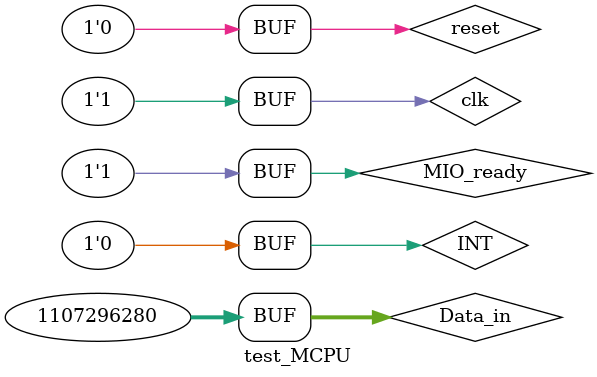
<source format=v>
`timescale 1ns / 1ps


module test_MCPU;

	// Inputs
	reg clk;
	reg [31:0] Data_in;
	reg INT;
	reg MIO_ready;
	reg reset;

	// Outputs
	wire [31:0] Addr_out;
	wire CPU_MIO;
	wire [31:0] Data_out;
	wire [31:0] inst_out;
	wire mem_w;
	wire [31:0] PC_out;
	wire [4:0] state;

	// Instantiate the Unit Under Test (UUT)
	Multi_CPU uut (
		.clk(clk), 
		.Data_in(Data_in), 
		.INT(INT), 
		.MIO_ready(MIO_ready), 
		.reset(reset), 
		.Addr_out(Addr_out), 
		.CPU_MIO(CPU_MIO), 
		.Data_out(Data_out), 
		.inst_out(inst_out), 
		.mem_w(mem_w), 
		.PC_out(PC_out), 
		.state(state)
	);

	initial begin
		// Initialize Inputs
		clk = 0;
		Data_in = 32'h42000018;
		INT = 0;
		MIO_ready = 1;
		reset = 0;

		// Wait 100 ns for global reset to finish
		#50;
		clk = 1;
		#50;
		clk = 0;
		#50;
		clk = 1;
		#50;
		clk = 0;
		#50;
		clk = 1;
		#50;
		clk = 0;
		#50;
		clk = 1;
		#50;
		clk = 0;
		#50;
		clk = 1;
		#50;
        
		// Add stimulus here

	end
      
endmodule


</source>
